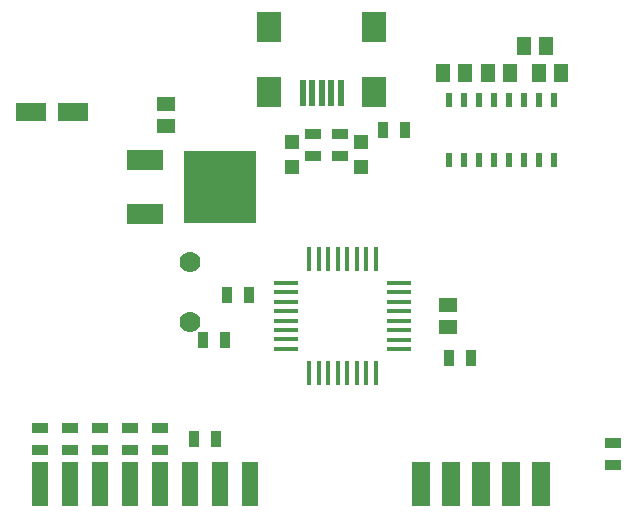
<source format=gtp>
G04 (created by PCBNEW (2013-mar-13)-testing) date śro, 14 sie 2013, 21:49:12*
%MOIN*%
G04 Gerber Fmt 3.4, Leading zero omitted, Abs format*
%FSLAX34Y34*%
G01*
G70*
G90*
G04 APERTURE LIST*
%ADD10C,0.005906*%
%ADD11R,0.035000X0.055000*%
%ADD12R,0.047200X0.047200*%
%ADD13R,0.078700X0.017700*%
%ADD14R,0.017700X0.078700*%
%ADD15R,0.060000X0.150000*%
%ADD16R,0.019700X0.090600*%
%ADD17R,0.078700X0.098400*%
%ADD18R,0.055000X0.035000*%
%ADD19R,0.120000X0.065000*%
%ADD20R,0.240000X0.240000*%
%ADD21R,0.020000X0.045000*%
%ADD22R,0.051200X0.059000*%
%ADD23R,0.059000X0.051200*%
%ADD24R,0.055000X0.150000*%
%ADD25C,0.070000*%
%ADD26R,0.102400X0.063000*%
G04 APERTURE END LIST*
G54D10*
G54D11*
X9536Y-10520D03*
X8786Y-10520D03*
X8736Y-12020D03*
X7986Y-12020D03*
G54D12*
X10961Y-6233D03*
X10961Y-5407D03*
X13261Y-6233D03*
X13261Y-5407D03*
G54D13*
X10765Y-12313D03*
X10765Y-11998D03*
X10765Y-11683D03*
X10765Y-11368D03*
X10765Y-11053D03*
X10765Y-10738D03*
X10765Y-10423D03*
X10765Y-10108D03*
X14531Y-10110D03*
X14531Y-12320D03*
X14531Y-12000D03*
X14531Y-11680D03*
X14531Y-11370D03*
X14531Y-11050D03*
X14531Y-10740D03*
X14531Y-10420D03*
G54D14*
X11549Y-9320D03*
X11863Y-9320D03*
X12179Y-9320D03*
X12493Y-9320D03*
X12809Y-9320D03*
X13123Y-9320D03*
X13439Y-9320D03*
X13753Y-9320D03*
X11551Y-13100D03*
X11861Y-13100D03*
X12181Y-13100D03*
X12491Y-13100D03*
X12801Y-13100D03*
X13121Y-13100D03*
X13441Y-13100D03*
X13761Y-13100D03*
G54D15*
X15261Y-16820D03*
X19261Y-16820D03*
X17261Y-16820D03*
X18261Y-16820D03*
X16261Y-16820D03*
X19261Y-16820D03*
X18261Y-16820D03*
X17261Y-16820D03*
X16261Y-16820D03*
X15261Y-16820D03*
G54D16*
X12591Y-3778D03*
X12276Y-3778D03*
X11961Y-3778D03*
X11646Y-3778D03*
X11331Y-3778D03*
G54D17*
X13713Y-3739D03*
X13713Y-1574D03*
X10209Y-3739D03*
X10209Y-1574D03*
G54D18*
X21661Y-15445D03*
X21661Y-16195D03*
X6561Y-14945D03*
X6561Y-15695D03*
X5561Y-14945D03*
X5561Y-15695D03*
X4561Y-14945D03*
X4561Y-15695D03*
X3561Y-14945D03*
X3561Y-15695D03*
X2561Y-14945D03*
X2561Y-15695D03*
G54D11*
X8436Y-15320D03*
X7686Y-15320D03*
G54D18*
X12561Y-5895D03*
X12561Y-5145D03*
X11661Y-5895D03*
X11661Y-5145D03*
G54D11*
X13986Y-5020D03*
X14736Y-5020D03*
G54D19*
X6061Y-6020D03*
G54D20*
X8561Y-6920D03*
G54D19*
X6061Y-7820D03*
G54D21*
X19711Y-4020D03*
X19211Y-4020D03*
X18711Y-4020D03*
X18211Y-4020D03*
X17711Y-4020D03*
X17211Y-4020D03*
X16711Y-4020D03*
X16211Y-4020D03*
X16211Y-6020D03*
X16711Y-6020D03*
X17211Y-6020D03*
X17711Y-6020D03*
X18211Y-6020D03*
X18711Y-6020D03*
X19211Y-6020D03*
X19711Y-6020D03*
G54D22*
X19436Y-2220D03*
X18686Y-2220D03*
X18236Y-3120D03*
X17486Y-3120D03*
G54D23*
X6761Y-4145D03*
X6761Y-4895D03*
G54D22*
X19936Y-3120D03*
X19186Y-3120D03*
X15986Y-3120D03*
X16736Y-3120D03*
G54D23*
X16161Y-10845D03*
X16161Y-11595D03*
G54D11*
X16936Y-12620D03*
X16186Y-12620D03*
G54D24*
X2561Y-16820D03*
X3561Y-16820D03*
X4561Y-16820D03*
X5561Y-16820D03*
X6561Y-16820D03*
X7561Y-16820D03*
X8561Y-16820D03*
X9561Y-16820D03*
G54D25*
X7561Y-11420D03*
X7561Y-9420D03*
G54D26*
X3670Y-4420D03*
X2252Y-4420D03*
M02*

</source>
